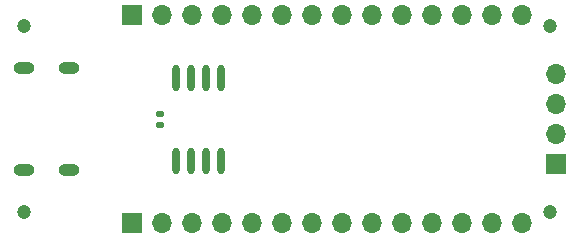
<source format=gbs>
%TF.GenerationSoftware,KiCad,Pcbnew,7.0.11*%
%TF.CreationDate,2024-04-18T22:15:37+08:00*%
%TF.ProjectId,UINIO-MCU-STM32L051K8U6,55494e49-4f2d-44d4-9355-2d53544d3332,Version 3.3.2*%
%TF.SameCoordinates,PX7aae400PY5939cc0*%
%TF.FileFunction,Soldermask,Bot*%
%TF.FilePolarity,Negative*%
%FSLAX46Y46*%
G04 Gerber Fmt 4.6, Leading zero omitted, Abs format (unit mm)*
G04 Created by KiCad (PCBNEW 7.0.11) date 2024-04-18 22:15:37*
%MOMM*%
%LPD*%
G01*
G04 APERTURE LIST*
G04 Aperture macros list*
%AMRoundRect*
0 Rectangle with rounded corners*
0 $1 Rounding radius*
0 $2 $3 $4 $5 $6 $7 $8 $9 X,Y pos of 4 corners*
0 Add a 4 corners polygon primitive as box body*
4,1,4,$2,$3,$4,$5,$6,$7,$8,$9,$2,$3,0*
0 Add four circle primitives for the rounded corners*
1,1,$1+$1,$2,$3*
1,1,$1+$1,$4,$5*
1,1,$1+$1,$6,$7*
1,1,$1+$1,$8,$9*
0 Add four rect primitives between the rounded corners*
20,1,$1+$1,$2,$3,$4,$5,0*
20,1,$1+$1,$4,$5,$6,$7,0*
20,1,$1+$1,$6,$7,$8,$9,0*
20,1,$1+$1,$8,$9,$2,$3,0*%
G04 Aperture macros list end*
%ADD10C,1.200000*%
%ADD11R,1.700000X1.700000*%
%ADD12O,1.700000X1.700000*%
%ADD13O,1.800000X1.000000*%
%ADD14O,0.630000X2.250000*%
%ADD15RoundRect,0.140000X-0.170000X0.140000X-0.170000X-0.140000X0.170000X-0.140000X0.170000X0.140000X0*%
G04 APERTURE END LIST*
D10*
%TO.C,Hole3*%
X-1120000Y-2300000D03*
%TD*%
%TO.C,Hole1*%
X43390000Y-17980000D03*
%TD*%
D11*
%TO.C,J3*%
X43850000Y-13950000D03*
D12*
X43850000Y-11410000D03*
X43850000Y-8870000D03*
X43850000Y-6330000D03*
%TD*%
D13*
%TO.C,USB1*%
X2680000Y-5830000D03*
X2680000Y-14470000D03*
X-1120000Y-5830000D03*
X-1120000Y-14470000D03*
%TD*%
D10*
%TO.C,Hole2*%
X43390000Y-2300000D03*
%TD*%
%TO.C,Hole4*%
X-1120000Y-17980000D03*
%TD*%
D11*
%TO.C,J2*%
X7950000Y-1340000D03*
D12*
X10490000Y-1340000D03*
X13030000Y-1340000D03*
X15570000Y-1340000D03*
X18110000Y-1340000D03*
X20650000Y-1340000D03*
X23190000Y-1340000D03*
X25730000Y-1340000D03*
X28270000Y-1340000D03*
X30810000Y-1340000D03*
X33350000Y-1340000D03*
X35890000Y-1340000D03*
X38430000Y-1340000D03*
X40970000Y-1340000D03*
%TD*%
D14*
%TO.C,U2*%
X11725000Y-6620000D03*
X12995000Y-6620000D03*
X14265000Y-6620000D03*
X15535000Y-6620000D03*
X15535000Y-13680000D03*
X14265000Y-13680000D03*
X12995000Y-13680000D03*
X11725000Y-13680000D03*
%TD*%
D15*
%TO.C,C3*%
X10390000Y-9670000D03*
X10390000Y-10630000D03*
%TD*%
D11*
%TO.C,J1*%
X7950000Y-18960000D03*
D12*
X10490000Y-18960000D03*
X13030000Y-18960000D03*
X15570000Y-18960000D03*
X18110000Y-18960000D03*
X20650000Y-18960000D03*
X23190000Y-18960000D03*
X25730000Y-18960000D03*
X28270000Y-18960000D03*
X30810000Y-18960000D03*
X33350000Y-18960000D03*
X35890000Y-18960000D03*
X38430000Y-18960000D03*
X40970000Y-18960000D03*
%TD*%
M02*

</source>
